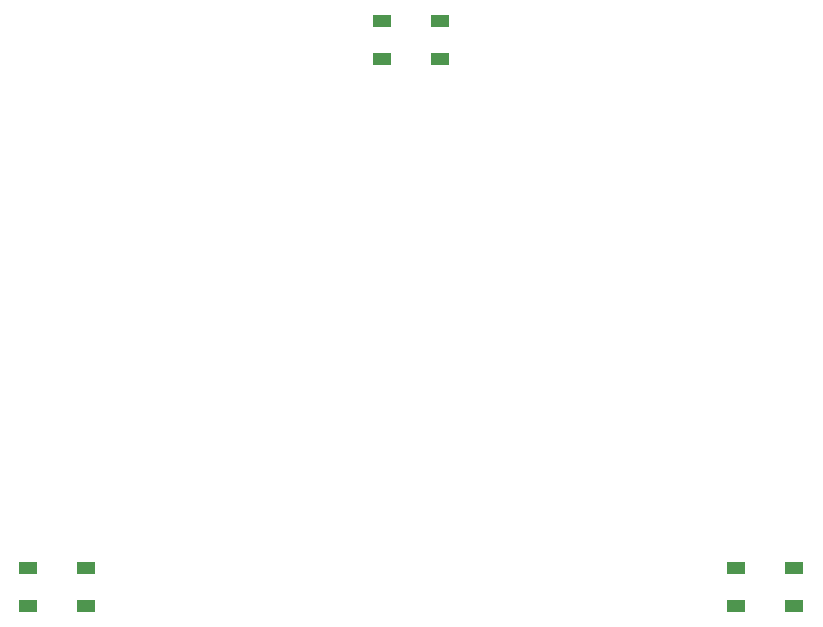
<source format=gbr>
%TF.GenerationSoftware,Altium Limited,Altium Designer,23.1.1 (15)*%
G04 Layer_Color=8421504*
%FSLAX45Y45*%
%MOMM*%
%TF.SameCoordinates,4E948076-F00C-46A4-8CE1-B66C86AC089E*%
%TF.FilePolarity,Positive*%
%TF.FileFunction,Paste,Top*%
%TF.Part,Single*%
G01*
G75*
%TA.AperFunction,SMDPad,CuDef*%
%ADD10R,1.50000X1.00000*%
D10*
X6308202Y617200D02*
D03*
X6798198D02*
D03*
X6308202Y297200D02*
D03*
X6798198D02*
D03*
X3311002Y5252700D02*
D03*
X3800998D02*
D03*
X3311002Y4932700D02*
D03*
X3800998D02*
D03*
X313802Y617200D02*
D03*
X803798D02*
D03*
X313802Y297200D02*
D03*
X803798D02*
D03*
%TF.MD5,6798ed56e2c8751f8a20ae6596517070*%
M02*

</source>
